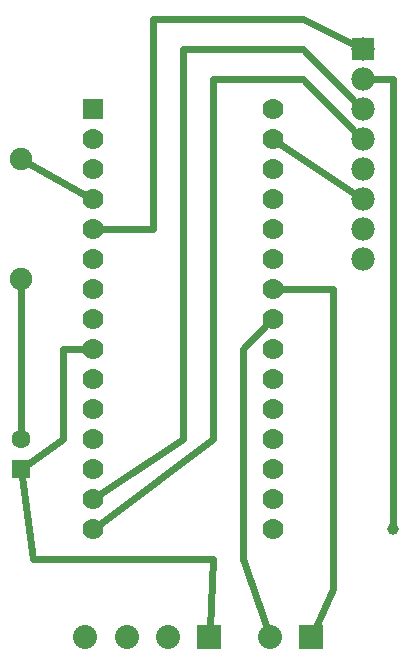
<source format=gtl>
G04 MADE WITH FRITZING*
G04 WWW.FRITZING.ORG*
G04 DOUBLE SIDED*
G04 HOLES PLATED*
G04 CONTOUR ON CENTER OF CONTOUR VECTOR*
%ASAXBY*%
%FSLAX23Y23*%
%MOIN*%
%OFA0B0*%
%SFA1.0B1.0*%
%ADD10C,0.078000*%
%ADD11C,0.062992*%
%ADD12C,0.080000*%
%ADD13C,0.075000*%
%ADD14C,0.039370*%
%ADD15C,0.070000*%
%ADD16R,0.078000X0.078000*%
%ADD17R,0.062992X0.062992*%
%ADD18R,0.080000X0.080000*%
%ADD19R,0.069972X0.070000*%
%ADD20C,0.024000*%
%LNCOPPER1*%
G90*
G70*
G54D10*
X1323Y2165D03*
X1323Y2065D03*
X1323Y1965D03*
X1323Y1865D03*
X1323Y1765D03*
X1323Y1665D03*
X1323Y1565D03*
X1323Y1465D03*
G54D11*
X184Y766D03*
X184Y865D03*
G54D12*
X812Y205D03*
X674Y205D03*
X536Y205D03*
X398Y205D03*
X1151Y205D03*
X1013Y205D03*
G54D13*
X184Y1398D03*
X184Y1798D03*
G54D14*
X1423Y565D03*
G54D15*
X423Y1965D03*
X423Y1865D03*
X423Y1765D03*
X423Y1665D03*
X423Y1565D03*
X423Y1465D03*
X423Y1365D03*
X423Y1265D03*
X423Y1165D03*
X423Y1065D03*
X423Y965D03*
X423Y865D03*
X423Y765D03*
X423Y665D03*
X423Y565D03*
X1023Y1965D03*
X1023Y1865D03*
X1023Y1765D03*
X1023Y1665D03*
X1023Y1565D03*
X1023Y1465D03*
X1023Y1365D03*
X1023Y1265D03*
X1023Y1165D03*
X1023Y1065D03*
X1023Y965D03*
X1023Y865D03*
X1023Y765D03*
X1023Y665D03*
X1023Y565D03*
G54D16*
X1323Y2165D03*
G54D17*
X184Y766D03*
G54D18*
X812Y205D03*
X1151Y205D03*
G54D19*
X423Y1965D03*
G54D20*
X397Y1679D02*
X209Y1784D01*
D02*
X323Y865D02*
X206Y782D01*
D02*
X323Y1165D02*
X323Y865D01*
D02*
X394Y1165D02*
X323Y1165D01*
D02*
X184Y892D02*
X184Y1370D01*
D02*
X923Y465D02*
X1003Y234D01*
D02*
X923Y1165D02*
X923Y465D01*
D02*
X1002Y1244D02*
X923Y1165D01*
D02*
X1223Y365D02*
X1163Y233D01*
D02*
X1223Y1365D02*
X1223Y365D01*
D02*
X1052Y1365D02*
X1223Y1365D01*
D02*
X1123Y2265D02*
X1296Y2178D01*
D02*
X1302Y1886D02*
X1123Y2065D01*
D02*
X1123Y2065D02*
X823Y2065D01*
D02*
X823Y2065D02*
X823Y865D01*
D02*
X823Y865D02*
X446Y582D01*
D02*
X723Y865D02*
X723Y2165D01*
D02*
X723Y2165D02*
X1123Y2165D01*
D02*
X1123Y2165D02*
X1302Y1986D01*
D02*
X447Y681D02*
X723Y865D01*
D02*
X623Y2265D02*
X1123Y2265D01*
D02*
X623Y1565D02*
X623Y2265D01*
D02*
X452Y1565D02*
X623Y1565D01*
D02*
X823Y465D02*
X813Y236D01*
D02*
X223Y465D02*
X823Y465D01*
D02*
X187Y740D02*
X223Y465D01*
D02*
X1423Y2065D02*
X1423Y584D01*
D02*
X1353Y2065D02*
X1423Y2065D01*
D02*
X1298Y1682D02*
X1047Y1849D01*
G04 End of Copper1*
M02*
</source>
